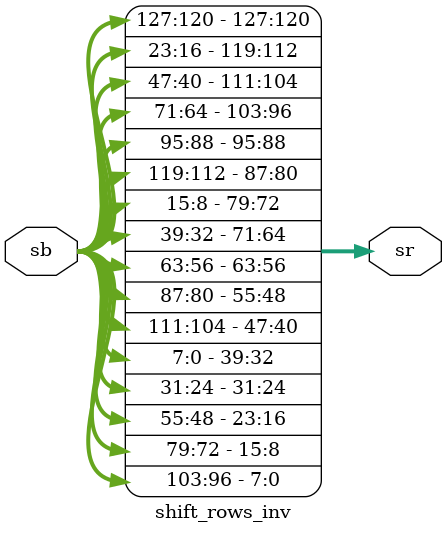
<source format=v>

module shift_rows_inv(sb,sr);

input [127:0] sb;
output [127:0] sr;

assign         sr[127:120] = sb[127:120];  
assign         sr[119:112] = sb[23:16];
assign         sr[111:104] = sb[47:40];
assign         sr[103:96] = sb[71:64];
   
assign          sr[95:88] = sb[95:88];
assign          sr[87:80] = sb[119:112];
assign          sr[79:72] = sb[15:8];
assign          sr[71:64] = sb[39:32];
   
assign          sr[63:56] = sb[63:56];
assign          sr[55:48] = sb[87:80];
assign          sr[47:40] = sb[111:104];
assign          sr[39:32] = sb[7:0];
   
assign          sr[31:24] = sb[31:24];
assign          sr[23:16] = sb[55:48];
assign          sr[15:8] = sb[79:72];
assign          sr[7:0] = sb[103:96]; 


endmodule

</source>
